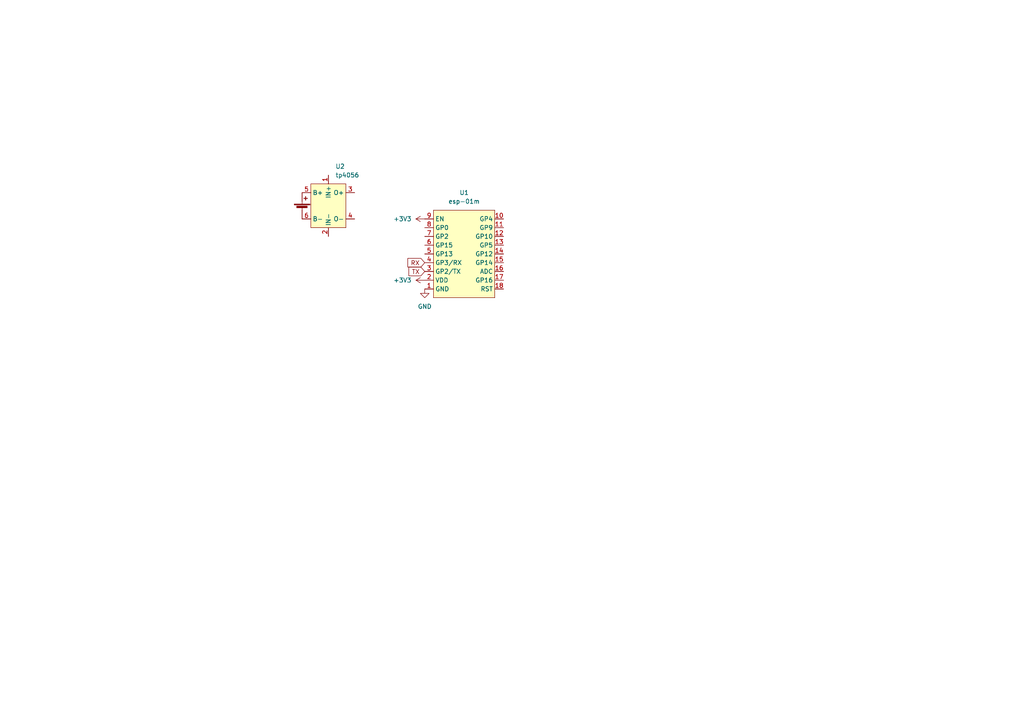
<source format=kicad_sch>
(kicad_sch (version 20211123) (generator eeschema)
  (paper "A4")
  (lib_symbols
    (symbol "Device:Battery_Cell" (pin_numbers hide) (pin_names (offset 0) hide)
      (property "Reference" "BT" (at 2.54 2.54 0))
      (property "Value" "Battery_Cell" (at 2.54 0 0))
      (symbol "Battery_Cell_0_1"
        (rectangle (start -2.286 1.778) (end 2.286 1.524) (fill (type outline)))
        (rectangle (start -1.5748 1.1938) (end 1.4732 0.6858) (fill (type outline)))
        (polyline (pts (xy 0 0.762) (xy 0 0)))
        (polyline (pts (xy 0 1.778) (xy 0 2.54)))
        (polyline (pts (xy 0.508 3.429) (xy 1.524 3.429)) (stroke (width 0.254)))
        (polyline (pts (xy 1.016 3.937) (xy 1.016 2.921)) (stroke (width 0.254)))
      )
      (symbol "Battery_Cell_1_1"
        (pin passive line (at 0 5.08 270) (length 2.54) (name "+") (number "1"))
        (pin passive line (at 0 -2.54 90) (length 2.54) (name "-") (number "2"))
      )
    )
    (symbol "esp-01m:esp-01m"
      (property "Reference" "U" (at 0.635 -13.335 0))
      (property "Value" "esp-01m" (at 0.635 14.605 0))
      (symbol "esp-01m_0_1"
        (rectangle (start -8.89 12.7) (end 8.89 -12.7) (fill (type background)))
      )
      (symbol "esp-01m_1_1"
        (pin power_in line (at -11.43 -10.16 0) (length 2.54) (name "GND") (number "1"))
        (pin tri_state line (at 11.43 10.16 180) (length 2.54) (name "GP4") (number "10"))
        (pin tri_state line (at 11.43 7.62 180) (length 2.54) (name "GP9") (number "11"))
        (pin tri_state line (at 11.43 5.08 180) (length 2.54) (name "GP10") (number "12"))
        (pin tri_state line (at 11.43 2.54 180) (length 2.54) (name "GP5") (number "13"))
        (pin tri_state line (at 11.43 0 180) (length 2.54) (name "GP12") (number "14"))
        (pin tri_state line (at 11.43 -2.54 180) (length 2.54) (name "GP14") (number "15"))
        (pin input line (at 11.43 -5.08 180) (length 2.54) (name "ADC") (number "16"))
        (pin tri_state line (at 11.43 -7.62 180) (length 2.54) (name "GP16") (number "17"))
        (pin input line (at 11.43 -10.16 180) (length 2.54) (name "RST") (number "18"))
        (pin power_in line (at -11.43 -7.62 0) (length 2.54) (name "VDD") (number "2"))
        (pin tri_state line (at -11.43 -5.08 0) (length 2.54) (name "GP2/TX") (number "3"))
        (pin tri_state line (at -11.43 -2.54 0) (length 2.54) (name "GP3/RX") (number "4"))
        (pin tri_state line (at -11.43 0 0) (length 2.54) (name "GP13") (number "5"))
        (pin tri_state line (at -11.43 2.54 0) (length 2.54) (name "GP15") (number "6"))
        (pin tri_state line (at -11.43 5.08 0) (length 2.54) (name "GP2") (number "7"))
        (pin tri_state line (at -11.43 7.62 0) (length 2.54) (name "GP0") (number "8"))
        (pin input line (at -11.43 10.16 0) (length 2.54) (name "EN") (number "9"))
      )
    )
    (symbol "power:+3V3" (power) (pin_names (offset 0))
      (property "Value" "+3V3" (at 0 3.556 0))
      (symbol "+3V3_0_1"
        (polyline (pts (xy -0.762 1.27) (xy 0 2.54)))
        (polyline (pts (xy 0 0) (xy 0 2.54)))
        (polyline (pts (xy 0 2.54) (xy 0.762 1.27)))
      )
      (symbol "+3V3_1_1"
        (pin power_in line (at 0 0 90) (length 0) hide (name "+3V3") (number "1"))
      )
    )
    (symbol "power:GND" (power) (pin_names (offset 0))
      (property "Value" "GND" (at 0 -3.81 0))
      (symbol "GND_0_1"
        (polyline (pts (xy 0 0) (xy 0 -1.27) (xy 1.27 -1.27) (xy 0 -2.54) (xy -1.27 -1.27) (xy 0 -1.27)))
      )
      (symbol "GND_1_1"
        (pin power_in line (at 0 0 270) (length 0) hide (name "GND") (number "1"))
      )
    )
    (symbol "tp4056:tp4056"
      (property "Reference" "U" (at -5.715 7.62 0))
      (property "Value" "tp4056" (at 3.81 -7.62 0))
      (symbol "tp4056_0_1"
        (rectangle (start -5.08 6.35) (end 5.08 -6.35) (fill (type background)))
      )
      (symbol "tp4056_1_1"
        (pin power_in line (at 0 8.89 270) (length 2.54) (name "IN+") (number "1"))
        (pin power_in line (at 0 -8.89 90) (length 2.54) (name "IN-") (number "2"))
        (pin power_out line (at 7.62 3.81 180) (length 2.54) (name "O+") (number "3"))
        (pin power_out line (at 7.62 -3.81 180) (length 2.54) (name "O-") (number "4"))
        (pin power_in line (at -7.62 3.81 0) (length 2.54) (name "B+") (number "5"))
        (pin power_in line (at -7.62 -3.81 0) (length 2.54) (name "B-") (number "6"))
      )
    )
  )
  (global_label "RX" (shape input) (at 123.19 76.2 180) (property "Intersheet References" "${INTERSHEET_REFS}" (effects hide)))
  (global_label "TX" (shape input) (at 123.19 78.74 180) (property "Intersheet References" "${INTERSHEET_REFS}" (effects hide)))
  (symbol (lib_id "power:+3V3") (at 123.19 63.5 90) (unit 1)
    (property "Reference" "#PWR?" (effects hide))
    (property "Value" "+3V3" (at 119.38 63.4999 90) (effects (justify left)))
  )
  (symbol (lib_id "tp4056:tp4056") (at 95.25 59.69 0) (unit 1)
    (property "Reference" "U2" (at 97.2694 48.26 0) (effects (justify left)))
    (property "Value" "tp4056" (at 97.2694 50.8 0) (effects (justify left)))
    (property "Footprint" "tp4056:tp4056" (effects hide))
  )
  (symbol (lib_id "power:GND") (at 123.19 83.82 0) (unit 1)
    (property "Reference" "#PWR?" (effects hide))
    (property "Value" "GND" (at 123.19 88.9 0))
  )
  (symbol (lib_id "Device:Battery_Cell") (at 87.63 60.96 0) (unit 1)
    (property "Reference" "BT1" (effects hide))
    (property "Value" "Battery_Cell" (effects hide))
  )
  (symbol (lib_id "power:+3V3") (at 123.19 81.28 90) (unit 1)
    (property "Reference" "#PWR?" (effects hide))
    (property "Value" "+3V3" (at 119.38 81.2799 90) (effects (justify left)))
  )
  (symbol (lib_id "esp-01m:esp-01m") (at 134.62 73.66 0) (unit 1)
    (property "Reference" "U1" (at 134.62 55.88 0))
    (property "Value" "esp-01m" (at 134.62 58.42 0))
    (property "Footprint" "esp-01m:esp-01m" (effects hide))
    (property "Datasheet" "https://docs.ai-thinker.com/_media/esp8266/docs/esp-01m_product_specification_en.pdf" (effects hide))
  )
)
</source>
